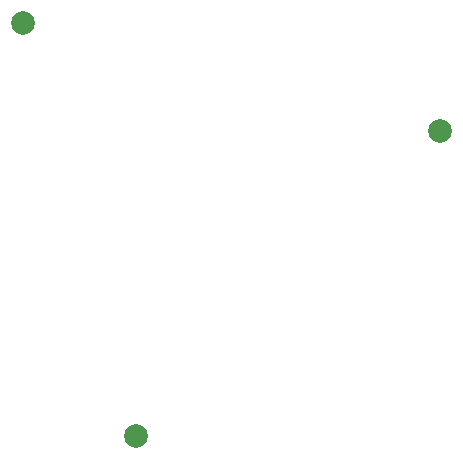
<source format=gbr>
%TF.GenerationSoftware,KiCad,Pcbnew,8.0.7*%
%TF.CreationDate,2025-01-02T14:29:25-06:00*%
%TF.ProjectId,fuckball-bottom,6675636b-6261-46c6-9c2d-626f74746f6d,rev?*%
%TF.SameCoordinates,Original*%
%TF.FileFunction,Copper,L2,Bot*%
%TF.FilePolarity,Positive*%
%FSLAX46Y46*%
G04 Gerber Fmt 4.6, Leading zero omitted, Abs format (unit mm)*
G04 Created by KiCad (PCBNEW 8.0.7) date 2025-01-02 14:29:25*
%MOMM*%
%LPD*%
G01*
G04 APERTURE LIST*
%TA.AperFunction,WasherPad*%
%ADD10C,2.000000*%
%TD*%
G04 APERTURE END LIST*
D10*
%TO.P,Aball_Frame_34MM2,*%
%TO.N,*%
X189696699Y-121652543D03*
X180150758Y-86650758D03*
X215506097Y-95843146D03*
%TD*%
M02*

</source>
